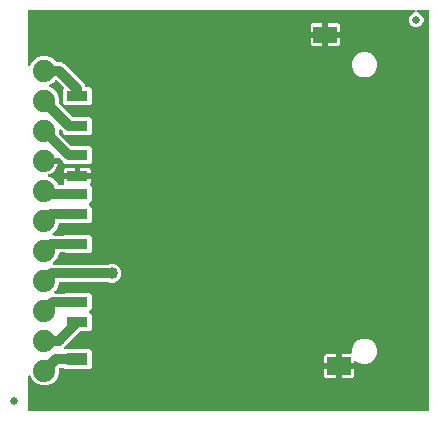
<source format=gbr>
G04 EAGLE Gerber RS-274X export*
G75*
%MOMM*%
%FSLAX34Y34*%
%LPD*%
%INTop Copper*%
%IPPOS*%
%AMOC8*
5,1,8,0,0,1.08239X$1,22.5*%
G01*
%ADD10R,1.800000X0.900000*%
%ADD11R,2.000000X1.400000*%
%ADD12R,2.000000X1.527000*%
%ADD13R,1.800000X1.100000*%
%ADD14C,0.635000*%
%ADD15C,1.879600*%
%ADD16C,0.812800*%
%ADD17C,1.016000*%

G36*
X731384Y-8620D02*
X731384Y-8620D01*
X731503Y-8613D01*
X731541Y-8600D01*
X731582Y-8595D01*
X731692Y-8552D01*
X731805Y-8515D01*
X731840Y-8493D01*
X731877Y-8478D01*
X731973Y-8409D01*
X732074Y-8345D01*
X732102Y-8315D01*
X732135Y-8292D01*
X732211Y-8200D01*
X732292Y-8113D01*
X732312Y-8078D01*
X732337Y-8047D01*
X732388Y-7939D01*
X732446Y-7835D01*
X732456Y-7795D01*
X732473Y-7759D01*
X732495Y-7642D01*
X732525Y-7527D01*
X732529Y-7467D01*
X732533Y-7447D01*
X732531Y-7426D01*
X732535Y-7366D01*
X732535Y329946D01*
X732520Y330064D01*
X732513Y330183D01*
X732500Y330221D01*
X732495Y330262D01*
X732452Y330372D01*
X732415Y330485D01*
X732393Y330520D01*
X732378Y330557D01*
X732309Y330653D01*
X732245Y330754D01*
X732215Y330782D01*
X732192Y330815D01*
X732100Y330891D01*
X732013Y330972D01*
X731978Y330992D01*
X731947Y331017D01*
X731839Y331068D01*
X731735Y331126D01*
X731695Y331136D01*
X731659Y331153D01*
X731542Y331175D01*
X731427Y331205D01*
X731367Y331209D01*
X731347Y331213D01*
X731326Y331211D01*
X731266Y331215D01*
X723157Y331215D01*
X723088Y331207D01*
X723018Y331208D01*
X722930Y331187D01*
X722841Y331175D01*
X722776Y331150D01*
X722709Y331133D01*
X722629Y331091D01*
X722546Y331058D01*
X722489Y331017D01*
X722427Y330985D01*
X722361Y330924D01*
X722288Y330872D01*
X722244Y330818D01*
X722192Y330771D01*
X722143Y330696D01*
X722086Y330627D01*
X722056Y330563D01*
X722017Y330505D01*
X721988Y330420D01*
X721950Y330339D01*
X721937Y330270D01*
X721914Y330204D01*
X721907Y330115D01*
X721890Y330027D01*
X721895Y329957D01*
X721889Y329887D01*
X721904Y329799D01*
X721910Y329709D01*
X721931Y329643D01*
X721943Y329574D01*
X721980Y329492D01*
X722008Y329407D01*
X722045Y329348D01*
X722074Y329284D01*
X722130Y329214D01*
X722178Y329138D01*
X722229Y329090D01*
X722273Y329036D01*
X722344Y328981D01*
X722410Y328920D01*
X722471Y328886D01*
X722527Y328844D01*
X722671Y328773D01*
X724885Y327856D01*
X726636Y326105D01*
X727584Y323818D01*
X727584Y321342D01*
X726636Y319055D01*
X724885Y317304D01*
X722598Y316356D01*
X720122Y316356D01*
X717835Y317304D01*
X716084Y319055D01*
X715136Y321342D01*
X715136Y323818D01*
X716084Y326105D01*
X717835Y327856D01*
X720049Y328773D01*
X720109Y328808D01*
X720174Y328834D01*
X720247Y328886D01*
X720325Y328931D01*
X720375Y328979D01*
X720432Y329020D01*
X720489Y329090D01*
X720553Y329152D01*
X720590Y329212D01*
X720634Y329265D01*
X720673Y329347D01*
X720720Y329423D01*
X720740Y329490D01*
X720770Y329553D01*
X720787Y329641D01*
X720813Y329727D01*
X720817Y329797D01*
X720830Y329866D01*
X720824Y329955D01*
X720829Y330045D01*
X720814Y330113D01*
X720810Y330183D01*
X720782Y330268D01*
X720764Y330356D01*
X720734Y330419D01*
X720712Y330485D01*
X720664Y330561D01*
X720624Y330642D01*
X720579Y330695D01*
X720542Y330754D01*
X720476Y330816D01*
X720418Y330884D01*
X720361Y330924D01*
X720310Y330972D01*
X720232Y331015D01*
X720158Y331067D01*
X720093Y331092D01*
X720032Y331126D01*
X719945Y331148D01*
X719861Y331180D01*
X719791Y331188D01*
X719724Y331205D01*
X719563Y331215D01*
X393700Y331215D01*
X393582Y331200D01*
X393463Y331193D01*
X393425Y331180D01*
X393384Y331175D01*
X393274Y331132D01*
X393161Y331095D01*
X393126Y331073D01*
X393089Y331058D01*
X392993Y330989D01*
X392892Y330925D01*
X392864Y330895D01*
X392831Y330872D01*
X392756Y330780D01*
X392674Y330693D01*
X392654Y330658D01*
X392629Y330627D01*
X392578Y330519D01*
X392520Y330415D01*
X392510Y330375D01*
X392493Y330339D01*
X392471Y330222D01*
X392441Y330107D01*
X392437Y330047D01*
X392433Y330027D01*
X392435Y330006D01*
X392431Y329946D01*
X392431Y284581D01*
X392440Y284512D01*
X392438Y284442D01*
X392459Y284355D01*
X392471Y284266D01*
X392496Y284201D01*
X392513Y284133D01*
X392555Y284053D01*
X392588Y283970D01*
X392629Y283913D01*
X392661Y283852D01*
X392722Y283785D01*
X392774Y283712D01*
X392828Y283668D01*
X392875Y283616D01*
X392950Y283567D01*
X393019Y283510D01*
X393083Y283480D01*
X393141Y283442D01*
X393226Y283412D01*
X393307Y283374D01*
X393376Y283361D01*
X393442Y283338D01*
X393531Y283331D01*
X393620Y283314D01*
X393689Y283319D01*
X393759Y283313D01*
X393847Y283329D01*
X393937Y283334D01*
X394003Y283356D01*
X394072Y283368D01*
X394154Y283404D01*
X394239Y283432D01*
X394298Y283469D01*
X394362Y283498D01*
X394432Y283554D01*
X394508Y283602D01*
X394556Y283653D01*
X394610Y283697D01*
X394665Y283769D01*
X394726Y283834D01*
X394760Y283895D01*
X394802Y283951D01*
X394873Y284095D01*
X395848Y286451D01*
X399350Y289952D01*
X403924Y291847D01*
X408876Y291847D01*
X413450Y289952D01*
X416518Y286884D01*
X416596Y286824D01*
X416668Y286756D01*
X416721Y286727D01*
X416769Y286690D01*
X416860Y286650D01*
X416947Y286602D01*
X417005Y286587D01*
X417061Y286563D01*
X417159Y286548D01*
X417255Y286523D01*
X417355Y286517D01*
X417375Y286513D01*
X417387Y286515D01*
X417415Y286513D01*
X420515Y286513D01*
X423129Y285430D01*
X440530Y268029D01*
X441316Y266132D01*
X441330Y266107D01*
X441339Y266079D01*
X441409Y265969D01*
X441473Y265856D01*
X441494Y265835D01*
X441509Y265810D01*
X441604Y265721D01*
X441694Y265628D01*
X441720Y265612D01*
X441741Y265592D01*
X441855Y265529D01*
X441965Y265461D01*
X441994Y265453D01*
X442020Y265438D01*
X442145Y265406D01*
X442269Y265368D01*
X442299Y265366D01*
X442327Y265359D01*
X442488Y265349D01*
X444763Y265349D01*
X446549Y263563D01*
X446549Y252037D01*
X444763Y250251D01*
X424237Y250251D01*
X422451Y252037D01*
X422451Y263563D01*
X422767Y263879D01*
X422840Y263973D01*
X422919Y264062D01*
X422937Y264098D01*
X422962Y264130D01*
X423010Y264239D01*
X423064Y264345D01*
X423072Y264385D01*
X423089Y264422D01*
X423107Y264540D01*
X423133Y264656D01*
X423132Y264696D01*
X423138Y264736D01*
X423127Y264855D01*
X423124Y264974D01*
X423112Y265012D01*
X423109Y265053D01*
X423068Y265165D01*
X423035Y265279D01*
X423015Y265314D01*
X423001Y265352D01*
X422934Y265450D01*
X422874Y265553D01*
X422834Y265598D01*
X422822Y265615D01*
X422807Y265629D01*
X422767Y265674D01*
X417419Y271022D01*
X417325Y271095D01*
X417236Y271174D01*
X417200Y271192D01*
X417168Y271217D01*
X417058Y271264D01*
X416953Y271318D01*
X416913Y271327D01*
X416876Y271343D01*
X416758Y271362D01*
X416642Y271388D01*
X416602Y271387D01*
X416562Y271393D01*
X416443Y271382D01*
X416324Y271378D01*
X416286Y271367D01*
X416245Y271363D01*
X416133Y271323D01*
X416019Y271290D01*
X415984Y271269D01*
X415946Y271256D01*
X415847Y271189D01*
X415745Y271128D01*
X415700Y271088D01*
X415683Y271077D01*
X415669Y271062D01*
X415624Y271022D01*
X413451Y268848D01*
X411095Y267873D01*
X410974Y267804D01*
X410852Y267739D01*
X410837Y267725D01*
X410819Y267715D01*
X410719Y267618D01*
X410616Y267525D01*
X410605Y267508D01*
X410591Y267494D01*
X410518Y267376D01*
X410442Y267259D01*
X410435Y267240D01*
X410424Y267223D01*
X410384Y267090D01*
X410338Y266958D01*
X410337Y266938D01*
X410331Y266919D01*
X410324Y266780D01*
X410313Y266641D01*
X410317Y266621D01*
X410316Y266601D01*
X410344Y266465D01*
X410368Y266328D01*
X410376Y266309D01*
X410380Y266290D01*
X410441Y266165D01*
X410498Y266038D01*
X410511Y266022D01*
X410520Y266004D01*
X410610Y265898D01*
X410697Y265790D01*
X410713Y265777D01*
X410726Y265762D01*
X410840Y265682D01*
X410951Y265598D01*
X410976Y265586D01*
X410986Y265579D01*
X411005Y265572D01*
X411095Y265527D01*
X413450Y264552D01*
X416952Y261050D01*
X418847Y256476D01*
X418847Y252138D01*
X418859Y252040D01*
X418862Y251941D01*
X418879Y251882D01*
X418887Y251822D01*
X418923Y251730D01*
X418951Y251635D01*
X418981Y251583D01*
X419004Y251527D01*
X419062Y251447D01*
X419112Y251361D01*
X419178Y251286D01*
X419190Y251269D01*
X419200Y251262D01*
X419218Y251240D01*
X429738Y240720D01*
X429817Y240660D01*
X429889Y240592D01*
X429942Y240563D01*
X429990Y240526D01*
X430081Y240486D01*
X430167Y240438D01*
X430226Y240423D01*
X430282Y240399D01*
X430379Y240384D01*
X430475Y240359D01*
X430575Y240353D01*
X430596Y240349D01*
X430608Y240351D01*
X430636Y240349D01*
X444763Y240349D01*
X446549Y238563D01*
X446549Y227037D01*
X444763Y225251D01*
X424237Y225251D01*
X422451Y227037D01*
X422451Y227364D01*
X422439Y227462D01*
X422436Y227561D01*
X422419Y227620D01*
X422411Y227680D01*
X422375Y227772D01*
X422347Y227867D01*
X422317Y227919D01*
X422294Y227975D01*
X422236Y228055D01*
X422186Y228141D01*
X422120Y228216D01*
X422108Y228233D01*
X422098Y228240D01*
X422080Y228262D01*
X421013Y229328D01*
X420904Y229413D01*
X420797Y229502D01*
X420778Y229510D01*
X420762Y229523D01*
X420634Y229578D01*
X420509Y229637D01*
X420489Y229641D01*
X420470Y229649D01*
X420332Y229671D01*
X420196Y229697D01*
X420176Y229696D01*
X420156Y229699D01*
X420017Y229686D01*
X419879Y229677D01*
X419860Y229671D01*
X419840Y229669D01*
X419708Y229622D01*
X419577Y229579D01*
X419559Y229568D01*
X419540Y229561D01*
X419425Y229483D01*
X419308Y229409D01*
X419294Y229394D01*
X419277Y229383D01*
X419185Y229279D01*
X419090Y229177D01*
X419080Y229160D01*
X419067Y229144D01*
X419003Y229020D01*
X418936Y228899D01*
X418931Y228879D01*
X418922Y228861D01*
X418892Y228725D01*
X418857Y228591D01*
X418855Y228563D01*
X418852Y228551D01*
X418853Y228530D01*
X418847Y228430D01*
X418847Y226738D01*
X418859Y226640D01*
X418862Y226541D01*
X418879Y226482D01*
X418887Y226422D01*
X418923Y226330D01*
X418951Y226235D01*
X418981Y226183D01*
X419004Y226127D01*
X419062Y226047D01*
X419112Y225961D01*
X419178Y225886D01*
X419190Y225869D01*
X419200Y225862D01*
X419218Y225840D01*
X429338Y215720D01*
X429417Y215660D01*
X429489Y215592D01*
X429542Y215563D01*
X429590Y215526D01*
X429681Y215486D01*
X429767Y215438D01*
X429826Y215423D01*
X429882Y215399D01*
X429980Y215384D01*
X430075Y215359D01*
X430175Y215353D01*
X430196Y215349D01*
X430208Y215351D01*
X430236Y215349D01*
X444763Y215349D01*
X446549Y213563D01*
X446549Y202037D01*
X444763Y200251D01*
X424237Y200251D01*
X422441Y202048D01*
X422439Y202062D01*
X422436Y202161D01*
X422419Y202220D01*
X422411Y202280D01*
X422375Y202372D01*
X422347Y202467D01*
X422317Y202519D01*
X422294Y202575D01*
X422236Y202655D01*
X422186Y202741D01*
X422120Y202816D01*
X422108Y202833D01*
X422098Y202840D01*
X422080Y202862D01*
X419574Y205367D01*
X419495Y205428D01*
X419423Y205496D01*
X419370Y205525D01*
X419322Y205562D01*
X419231Y205602D01*
X419145Y205650D01*
X419086Y205665D01*
X419031Y205689D01*
X418933Y205704D01*
X418837Y205729D01*
X418737Y205735D01*
X418716Y205739D01*
X418704Y205737D01*
X418676Y205739D01*
X407670Y205739D01*
X407552Y205724D01*
X407433Y205717D01*
X407395Y205704D01*
X407355Y205699D01*
X407244Y205656D01*
X407131Y205619D01*
X407097Y205597D01*
X407059Y205582D01*
X406963Y205512D01*
X406862Y205449D01*
X406834Y205419D01*
X406802Y205395D01*
X406726Y205304D01*
X406644Y205217D01*
X406625Y205182D01*
X406599Y205151D01*
X406548Y205043D01*
X406491Y204939D01*
X406480Y204899D01*
X406463Y204863D01*
X406441Y204746D01*
X406411Y204631D01*
X406407Y204570D01*
X406403Y204550D01*
X406405Y204530D01*
X406401Y204470D01*
X406401Y201930D01*
X406416Y201812D01*
X406423Y201693D01*
X406436Y201655D01*
X406441Y201614D01*
X406485Y201504D01*
X406521Y201391D01*
X406543Y201356D01*
X406558Y201319D01*
X406628Y201223D01*
X406691Y201122D01*
X406721Y201094D01*
X406745Y201061D01*
X406836Y200986D01*
X406923Y200904D01*
X406958Y200884D01*
X406990Y200859D01*
X407097Y200808D01*
X407202Y200750D01*
X407241Y200740D01*
X407277Y200723D01*
X407394Y200701D01*
X407509Y200671D01*
X407570Y200667D01*
X407590Y200663D01*
X407610Y200665D01*
X407670Y200661D01*
X418085Y200661D01*
X418045Y200404D01*
X417464Y198617D01*
X416611Y196943D01*
X415506Y195422D01*
X414178Y194094D01*
X412657Y192989D01*
X410983Y192136D01*
X410518Y191985D01*
X410491Y191972D01*
X410462Y191965D01*
X410348Y191905D01*
X410230Y191850D01*
X410207Y191831D01*
X410181Y191817D01*
X410085Y191730D01*
X409985Y191647D01*
X409968Y191623D01*
X409946Y191603D01*
X409874Y191494D01*
X409798Y191390D01*
X409787Y191362D01*
X409771Y191337D01*
X409729Y191214D01*
X409681Y191094D01*
X409677Y191064D01*
X409668Y191036D01*
X409657Y190907D01*
X409641Y190779D01*
X409645Y190749D01*
X409642Y190719D01*
X409665Y190591D01*
X409681Y190463D01*
X409692Y190435D01*
X409697Y190406D01*
X409750Y190288D01*
X409798Y190167D01*
X409815Y190143D01*
X409827Y190116D01*
X409908Y190015D01*
X409984Y189910D01*
X410007Y189891D01*
X410026Y189867D01*
X410130Y189789D01*
X410229Y189707D01*
X410256Y189694D01*
X410280Y189676D01*
X410425Y189605D01*
X413450Y188352D01*
X416952Y184850D01*
X417637Y183196D01*
X417652Y183171D01*
X417661Y183143D01*
X417730Y183033D01*
X417795Y182920D01*
X417815Y182899D01*
X417831Y182874D01*
X417926Y182785D01*
X418016Y182692D01*
X418041Y182676D01*
X418063Y182656D01*
X418176Y182593D01*
X418287Y182525D01*
X418315Y182517D01*
X418341Y182502D01*
X418467Y182470D01*
X418591Y182432D01*
X418620Y182430D01*
X418649Y182423D01*
X418810Y182413D01*
X422323Y182413D01*
X422455Y182429D01*
X422587Y182440D01*
X422612Y182449D01*
X422639Y182453D01*
X422762Y182501D01*
X422887Y182545D01*
X422910Y182560D01*
X422935Y182570D01*
X423042Y182647D01*
X423152Y182721D01*
X423170Y182741D01*
X423192Y182756D01*
X423277Y182858D01*
X423365Y182957D01*
X423378Y182981D01*
X423395Y183001D01*
X423451Y183121D01*
X423513Y183238D01*
X423519Y183265D01*
X423530Y183289D01*
X423555Y183419D01*
X423586Y183548D01*
X423585Y183575D01*
X423590Y183601D01*
X423582Y183733D01*
X423579Y183866D01*
X423572Y183892D01*
X423570Y183919D01*
X423530Y184045D01*
X423494Y184172D01*
X423477Y184207D01*
X423472Y184221D01*
X423461Y184240D01*
X423423Y184317D01*
X423132Y184819D01*
X422959Y185466D01*
X422959Y188051D01*
X433520Y188051D01*
X433638Y188066D01*
X433757Y188073D01*
X433795Y188085D01*
X433835Y188091D01*
X433946Y188134D01*
X434059Y188171D01*
X434093Y188193D01*
X434131Y188208D01*
X434227Y188277D01*
X434328Y188341D01*
X434356Y188371D01*
X434388Y188394D01*
X434464Y188486D01*
X434496Y188520D01*
X434501Y188512D01*
X434531Y188484D01*
X434555Y188451D01*
X434646Y188375D01*
X434733Y188294D01*
X434768Y188274D01*
X434800Y188249D01*
X434907Y188198D01*
X435012Y188140D01*
X435051Y188130D01*
X435087Y188113D01*
X435204Y188091D01*
X435320Y188061D01*
X435380Y188057D01*
X435400Y188053D01*
X435420Y188055D01*
X435480Y188051D01*
X446041Y188051D01*
X446041Y185466D01*
X445868Y184819D01*
X445533Y184240D01*
X445350Y184057D01*
X445277Y183963D01*
X445198Y183873D01*
X445180Y183837D01*
X445155Y183806D01*
X445108Y183696D01*
X445053Y183590D01*
X445045Y183551D01*
X445029Y183514D01*
X445010Y183396D01*
X444984Y183280D01*
X444985Y183239D01*
X444979Y183200D01*
X444990Y183081D01*
X444993Y182962D01*
X445005Y182923D01*
X445009Y182883D01*
X445049Y182771D01*
X445082Y182657D01*
X445102Y182622D01*
X445116Y182584D01*
X445183Y182485D01*
X445243Y182383D01*
X445283Y182337D01*
X445295Y182321D01*
X445310Y182307D01*
X445350Y182262D01*
X446549Y181063D01*
X446549Y169537D01*
X444459Y167448D01*
X444386Y167353D01*
X444307Y167264D01*
X444289Y167228D01*
X444264Y167196D01*
X444217Y167087D01*
X444163Y166981D01*
X444154Y166942D01*
X444138Y166904D01*
X444119Y166787D01*
X444093Y166671D01*
X444094Y166630D01*
X444088Y166590D01*
X444099Y166472D01*
X444103Y166353D01*
X444114Y166314D01*
X444118Y166274D01*
X444158Y166161D01*
X444191Y166047D01*
X444212Y166013D01*
X444225Y165974D01*
X444292Y165876D01*
X444353Y165773D01*
X444393Y165728D01*
X444404Y165711D01*
X444419Y165698D01*
X444459Y165653D01*
X446549Y163563D01*
X446549Y152037D01*
X444763Y150251D01*
X424237Y150251D01*
X424173Y150315D01*
X424095Y150376D01*
X424023Y150444D01*
X423970Y150473D01*
X423922Y150510D01*
X423831Y150550D01*
X423744Y150598D01*
X423685Y150613D01*
X423630Y150637D01*
X423532Y150652D01*
X423436Y150677D01*
X423336Y150683D01*
X423316Y150687D01*
X423303Y150685D01*
X423275Y150687D01*
X420011Y150687D01*
X419982Y150684D01*
X419952Y150686D01*
X419824Y150664D01*
X419695Y150647D01*
X419668Y150637D01*
X419639Y150632D01*
X419520Y150578D01*
X419400Y150530D01*
X419376Y150513D01*
X419349Y150501D01*
X419247Y150420D01*
X419142Y150344D01*
X419123Y150321D01*
X419100Y150302D01*
X419022Y150199D01*
X418940Y150099D01*
X418927Y150072D01*
X418909Y150048D01*
X418838Y149904D01*
X416952Y145350D01*
X413682Y142079D01*
X413597Y141970D01*
X413508Y141863D01*
X413499Y141844D01*
X413487Y141828D01*
X413431Y141700D01*
X413372Y141575D01*
X413369Y141555D01*
X413361Y141536D01*
X413339Y141398D01*
X413313Y141262D01*
X413314Y141242D01*
X413311Y141222D01*
X413324Y141083D01*
X413332Y140945D01*
X413339Y140926D01*
X413340Y140906D01*
X413388Y140774D01*
X413430Y140643D01*
X413441Y140625D01*
X413448Y140606D01*
X413526Y140491D01*
X413601Y140374D01*
X413615Y140360D01*
X413627Y140343D01*
X413731Y140251D01*
X413832Y140156D01*
X413850Y140146D01*
X413865Y140133D01*
X413989Y140069D01*
X414111Y140002D01*
X414130Y139997D01*
X414148Y139988D01*
X414284Y139958D01*
X414419Y139923D01*
X414447Y139921D01*
X414459Y139918D01*
X414479Y139919D01*
X414579Y139913D01*
X423275Y139913D01*
X423374Y139925D01*
X423473Y139928D01*
X423531Y139945D01*
X423591Y139953D01*
X423683Y139989D01*
X423778Y140017D01*
X423830Y140047D01*
X423887Y140070D01*
X423967Y140128D01*
X424052Y140178D01*
X424127Y140244D01*
X424144Y140256D01*
X424152Y140266D01*
X424173Y140284D01*
X424237Y140349D01*
X444763Y140349D01*
X446549Y138563D01*
X446549Y127037D01*
X444763Y125251D01*
X424237Y125251D01*
X424173Y125316D01*
X424095Y125376D01*
X424023Y125444D01*
X423970Y125473D01*
X423922Y125510D01*
X423831Y125550D01*
X423744Y125598D01*
X423685Y125613D01*
X423630Y125637D01*
X423532Y125652D01*
X423436Y125677D01*
X423336Y125683D01*
X423316Y125687D01*
X423303Y125685D01*
X423275Y125687D01*
X420116Y125687D01*
X419998Y125672D01*
X419879Y125665D01*
X419841Y125652D01*
X419800Y125647D01*
X419690Y125604D01*
X419577Y125567D01*
X419542Y125545D01*
X419505Y125530D01*
X419409Y125461D01*
X419308Y125397D01*
X419280Y125367D01*
X419247Y125344D01*
X419171Y125252D01*
X419090Y125165D01*
X419070Y125130D01*
X419045Y125099D01*
X418994Y124991D01*
X418936Y124887D01*
X418926Y124847D01*
X418909Y124811D01*
X418887Y124694D01*
X418857Y124579D01*
X418855Y124543D01*
X416952Y119950D01*
X414082Y117079D01*
X413997Y116970D01*
X413908Y116863D01*
X413899Y116844D01*
X413887Y116828D01*
X413831Y116700D01*
X413772Y116575D01*
X413769Y116555D01*
X413761Y116536D01*
X413739Y116398D01*
X413713Y116262D01*
X413714Y116242D01*
X413711Y116222D01*
X413724Y116083D01*
X413732Y115945D01*
X413739Y115926D01*
X413740Y115906D01*
X413788Y115774D01*
X413830Y115643D01*
X413841Y115625D01*
X413848Y115606D01*
X413926Y115491D01*
X414001Y115374D01*
X414015Y115360D01*
X414027Y115343D01*
X414131Y115251D01*
X414232Y115156D01*
X414250Y115146D01*
X414265Y115133D01*
X414389Y115069D01*
X414511Y115002D01*
X414530Y114997D01*
X414548Y114988D01*
X414684Y114958D01*
X414819Y114923D01*
X414847Y114921D01*
X414859Y114918D01*
X414879Y114919D01*
X414979Y114913D01*
X423275Y114913D01*
X423374Y114925D01*
X423473Y114928D01*
X423531Y114945D01*
X423591Y114953D01*
X423683Y114989D01*
X423778Y115017D01*
X423830Y115047D01*
X423887Y115070D01*
X423967Y115128D01*
X424052Y115178D01*
X424127Y115244D01*
X424144Y115256D01*
X424152Y115266D01*
X424173Y115285D01*
X424237Y115349D01*
X444763Y115349D01*
X444827Y115285D01*
X444905Y115224D01*
X444977Y115156D01*
X445030Y115127D01*
X445078Y115090D01*
X445169Y115050D01*
X445256Y115002D01*
X445315Y114987D01*
X445370Y114963D01*
X445468Y114948D01*
X445564Y114923D01*
X445664Y114917D01*
X445684Y114913D01*
X445697Y114915D01*
X445725Y114913D01*
X458866Y114913D01*
X458875Y114914D01*
X458884Y114913D01*
X459033Y114934D01*
X459181Y114953D01*
X459190Y114956D01*
X459199Y114957D01*
X459351Y115009D01*
X461933Y116079D01*
X465167Y116079D01*
X468155Y114841D01*
X470441Y112555D01*
X471679Y109567D01*
X471679Y106333D01*
X470441Y103345D01*
X468155Y101059D01*
X465167Y99821D01*
X461933Y99821D01*
X460076Y100591D01*
X460067Y100593D01*
X460059Y100598D01*
X459913Y100635D01*
X459769Y100675D01*
X459760Y100675D01*
X459751Y100677D01*
X459590Y100687D01*
X445725Y100687D01*
X445626Y100675D01*
X445527Y100672D01*
X445469Y100655D01*
X445409Y100647D01*
X445317Y100611D01*
X445222Y100583D01*
X445170Y100553D01*
X445113Y100530D01*
X445033Y100472D01*
X444948Y100422D01*
X444873Y100356D01*
X444856Y100344D01*
X444848Y100334D01*
X444827Y100315D01*
X444763Y100251D01*
X424237Y100251D01*
X424173Y100315D01*
X424095Y100376D01*
X424023Y100444D01*
X423970Y100473D01*
X423922Y100510D01*
X423831Y100550D01*
X423744Y100598D01*
X423685Y100613D01*
X423630Y100637D01*
X423532Y100652D01*
X423436Y100677D01*
X423336Y100683D01*
X423316Y100687D01*
X423303Y100685D01*
X423275Y100687D01*
X420116Y100687D01*
X419998Y100672D01*
X419879Y100665D01*
X419841Y100652D01*
X419800Y100647D01*
X419690Y100604D01*
X419577Y100567D01*
X419542Y100545D01*
X419505Y100530D01*
X419409Y100461D01*
X419308Y100397D01*
X419280Y100367D01*
X419247Y100344D01*
X419171Y100252D01*
X419090Y100165D01*
X419070Y100130D01*
X419045Y100099D01*
X418994Y99991D01*
X418936Y99887D01*
X418926Y99847D01*
X418909Y99811D01*
X418887Y99694D01*
X418857Y99579D01*
X418853Y99519D01*
X418849Y99499D01*
X418851Y99478D01*
X418847Y99418D01*
X418847Y99124D01*
X416952Y94550D01*
X415282Y92879D01*
X415197Y92770D01*
X415108Y92663D01*
X415099Y92644D01*
X415087Y92628D01*
X415031Y92500D01*
X414972Y92375D01*
X414969Y92355D01*
X414961Y92336D01*
X414939Y92198D01*
X414913Y92062D01*
X414914Y92042D01*
X414911Y92022D01*
X414924Y91883D01*
X414932Y91745D01*
X414939Y91726D01*
X414940Y91706D01*
X414988Y91574D01*
X415030Y91443D01*
X415041Y91425D01*
X415048Y91406D01*
X415126Y91291D01*
X415201Y91174D01*
X415215Y91160D01*
X415227Y91143D01*
X415331Y91051D01*
X415432Y90956D01*
X415450Y90946D01*
X415465Y90933D01*
X415589Y90869D01*
X415711Y90802D01*
X415730Y90797D01*
X415748Y90788D01*
X415884Y90758D01*
X416019Y90723D01*
X416047Y90721D01*
X416059Y90718D01*
X416079Y90719D01*
X416179Y90713D01*
X423275Y90713D01*
X423374Y90725D01*
X423473Y90728D01*
X423531Y90745D01*
X423591Y90753D01*
X423683Y90789D01*
X423778Y90817D01*
X423830Y90847D01*
X423887Y90870D01*
X423967Y90928D01*
X424052Y90978D01*
X424127Y91044D01*
X424144Y91056D01*
X424152Y91066D01*
X424173Y91084D01*
X424237Y91149D01*
X444763Y91149D01*
X446549Y89363D01*
X446549Y77837D01*
X444709Y75998D01*
X444636Y75903D01*
X444557Y75814D01*
X444539Y75778D01*
X444514Y75746D01*
X444467Y75637D01*
X444413Y75531D01*
X444404Y75492D01*
X444388Y75454D01*
X444369Y75337D01*
X444343Y75221D01*
X444344Y75180D01*
X444338Y75140D01*
X444349Y75022D01*
X444353Y74903D01*
X444364Y74864D01*
X444368Y74824D01*
X444408Y74711D01*
X444441Y74597D01*
X444462Y74563D01*
X444475Y74524D01*
X444542Y74426D01*
X444603Y74323D01*
X444643Y74278D01*
X444654Y74261D01*
X444669Y74248D01*
X444709Y74203D01*
X446549Y72363D01*
X446549Y60837D01*
X444763Y59051D01*
X437536Y59051D01*
X437438Y59039D01*
X437339Y59036D01*
X437280Y59019D01*
X437220Y59011D01*
X437128Y58975D01*
X437033Y58947D01*
X436981Y58917D01*
X436925Y58894D01*
X436845Y58836D01*
X436759Y58786D01*
X436684Y58720D01*
X436667Y58708D01*
X436660Y58698D01*
X436638Y58680D01*
X423774Y45815D01*
X423689Y45706D01*
X423600Y45599D01*
X423592Y45580D01*
X423579Y45564D01*
X423524Y45436D01*
X423465Y45311D01*
X423461Y45291D01*
X423453Y45272D01*
X423431Y45134D01*
X423405Y44998D01*
X423406Y44978D01*
X423403Y44958D01*
X423416Y44819D01*
X423425Y44681D01*
X423431Y44662D01*
X423433Y44642D01*
X423480Y44510D01*
X423523Y44379D01*
X423534Y44361D01*
X423541Y44342D01*
X423619Y44227D01*
X423693Y44110D01*
X423708Y44096D01*
X423719Y44079D01*
X423823Y43987D01*
X423925Y43892D01*
X423942Y43882D01*
X423958Y43869D01*
X424082Y43805D01*
X424203Y43738D01*
X424223Y43733D01*
X424241Y43724D01*
X424377Y43694D01*
X424511Y43659D01*
X424539Y43657D01*
X424551Y43654D01*
X424572Y43655D01*
X424672Y43649D01*
X444763Y43649D01*
X446549Y41863D01*
X446549Y28337D01*
X444763Y26551D01*
X424237Y26551D01*
X423173Y27616D01*
X423095Y27676D01*
X423023Y27744D01*
X422970Y27773D01*
X422922Y27810D01*
X422831Y27850D01*
X422744Y27898D01*
X422685Y27913D01*
X422630Y27937D01*
X422532Y27952D01*
X422436Y27977D01*
X422336Y27983D01*
X422316Y27987D01*
X422303Y27985D01*
X422275Y27987D01*
X420116Y27987D01*
X419998Y27972D01*
X419879Y27965D01*
X419841Y27952D01*
X419800Y27947D01*
X419690Y27904D01*
X419577Y27867D01*
X419542Y27845D01*
X419505Y27830D01*
X419409Y27761D01*
X419308Y27697D01*
X419280Y27667D01*
X419247Y27644D01*
X419171Y27552D01*
X419090Y27465D01*
X419070Y27430D01*
X419045Y27399D01*
X418994Y27291D01*
X418936Y27187D01*
X418926Y27147D01*
X418909Y27111D01*
X418887Y26994D01*
X418857Y26879D01*
X418853Y26819D01*
X418849Y26799D01*
X418851Y26778D01*
X418847Y26718D01*
X418847Y22924D01*
X416952Y18350D01*
X413450Y14848D01*
X408876Y12953D01*
X403924Y12953D01*
X399350Y14848D01*
X395848Y18350D01*
X394873Y20705D01*
X394838Y20765D01*
X394812Y20830D01*
X394760Y20903D01*
X394715Y20981D01*
X394667Y21031D01*
X394626Y21087D01*
X394556Y21145D01*
X394494Y21209D01*
X394434Y21246D01*
X394381Y21290D01*
X394299Y21329D01*
X394223Y21376D01*
X394156Y21396D01*
X394093Y21426D01*
X394005Y21443D01*
X393919Y21469D01*
X393849Y21473D01*
X393781Y21486D01*
X393691Y21480D01*
X393601Y21484D01*
X393533Y21470D01*
X393463Y21466D01*
X393378Y21438D01*
X393290Y21420D01*
X393227Y21389D01*
X393161Y21368D01*
X393085Y21320D01*
X393004Y21280D01*
X392951Y21235D01*
X392892Y21198D01*
X392830Y21132D01*
X392762Y21074D01*
X392722Y21017D01*
X392674Y20966D01*
X392631Y20887D01*
X392579Y20814D01*
X392554Y20749D01*
X392520Y20688D01*
X392498Y20601D01*
X392466Y20517D01*
X392458Y20447D01*
X392441Y20380D01*
X392431Y20219D01*
X392431Y-7366D01*
X392446Y-7484D01*
X392453Y-7603D01*
X392466Y-7641D01*
X392471Y-7682D01*
X392514Y-7792D01*
X392551Y-7905D01*
X392573Y-7940D01*
X392588Y-7977D01*
X392658Y-8073D01*
X392721Y-8174D01*
X392751Y-8202D01*
X392774Y-8235D01*
X392866Y-8311D01*
X392953Y-8392D01*
X392988Y-8412D01*
X393019Y-8437D01*
X393127Y-8488D01*
X393231Y-8546D01*
X393271Y-8556D01*
X393307Y-8573D01*
X393424Y-8595D01*
X393539Y-8625D01*
X393600Y-8629D01*
X393620Y-8633D01*
X393640Y-8631D01*
X393700Y-8635D01*
X731266Y-8635D01*
X731384Y-8620D01*
G37*
%LPC*%
G36*
X675352Y31101D02*
X675352Y31101D01*
X671383Y32745D01*
X670707Y33421D01*
X670598Y33506D01*
X670491Y33595D01*
X670472Y33603D01*
X670456Y33616D01*
X670328Y33671D01*
X670203Y33730D01*
X670183Y33734D01*
X670164Y33742D01*
X670026Y33764D01*
X669890Y33790D01*
X669870Y33789D01*
X669850Y33792D01*
X669711Y33779D01*
X669573Y33770D01*
X669554Y33764D01*
X669534Y33762D01*
X669403Y33715D01*
X669271Y33672D01*
X669253Y33661D01*
X669234Y33655D01*
X669120Y33577D01*
X669002Y33502D01*
X668988Y33487D01*
X668971Y33476D01*
X668879Y33372D01*
X668784Y33270D01*
X668774Y33253D01*
X668761Y33238D01*
X668698Y33114D01*
X668630Y32992D01*
X668625Y32972D01*
X668616Y32954D01*
X668586Y32818D01*
X668551Y32684D01*
X668549Y32656D01*
X668546Y32644D01*
X668547Y32624D01*
X668541Y32523D01*
X668541Y31749D01*
X658539Y31749D01*
X658539Y39386D01*
X665432Y39386D01*
X665550Y39401D01*
X665669Y39408D01*
X665707Y39421D01*
X665748Y39426D01*
X665858Y39469D01*
X665971Y39506D01*
X666006Y39528D01*
X666043Y39543D01*
X666139Y39612D01*
X666240Y39676D01*
X666268Y39706D01*
X666301Y39729D01*
X666377Y39821D01*
X666458Y39908D01*
X666478Y39943D01*
X666503Y39974D01*
X666554Y40082D01*
X666612Y40186D01*
X666622Y40226D01*
X666639Y40262D01*
X666661Y40379D01*
X666691Y40494D01*
X666695Y40554D01*
X666699Y40574D01*
X666697Y40595D01*
X666701Y40655D01*
X666701Y44048D01*
X668345Y48017D01*
X671383Y51055D01*
X675352Y52699D01*
X679648Y52699D01*
X683617Y51055D01*
X686655Y48017D01*
X688299Y44048D01*
X688299Y39752D01*
X686655Y35783D01*
X683617Y32745D01*
X679648Y31101D01*
X675352Y31101D01*
G37*
%LPD*%
%LPC*%
G36*
X675352Y273701D02*
X675352Y273701D01*
X671383Y275345D01*
X668345Y278383D01*
X666701Y282352D01*
X666701Y286648D01*
X668345Y290617D01*
X671383Y293655D01*
X675352Y295299D01*
X679648Y295299D01*
X683617Y293655D01*
X686655Y290617D01*
X688299Y286648D01*
X688299Y282352D01*
X686655Y278383D01*
X683617Y275345D01*
X679648Y273701D01*
X675352Y273701D01*
G37*
%LPD*%
%LPC*%
G36*
X643459Y31749D02*
X643459Y31749D01*
X643459Y37179D01*
X643632Y37826D01*
X643967Y38405D01*
X644440Y38878D01*
X645019Y39213D01*
X645666Y39386D01*
X653461Y39386D01*
X653461Y31749D01*
X643459Y31749D01*
G37*
%LPD*%
%LPC*%
G36*
X658539Y19034D02*
X658539Y19034D01*
X658539Y26671D01*
X668541Y26671D01*
X668541Y21241D01*
X668368Y20594D01*
X668033Y20015D01*
X667560Y19542D01*
X666981Y19207D01*
X666334Y19034D01*
X658539Y19034D01*
G37*
%LPD*%
%LPC*%
G36*
X645666Y19034D02*
X645666Y19034D01*
X645019Y19207D01*
X644440Y19542D01*
X643967Y20015D01*
X643632Y20594D01*
X643459Y21241D01*
X643459Y26671D01*
X653461Y26671D01*
X653461Y19034D01*
X645666Y19034D01*
G37*
%LPD*%
%LPC*%
G36*
X647039Y312599D02*
X647039Y312599D01*
X647039Y319601D01*
X654834Y319601D01*
X655481Y319428D01*
X656060Y319093D01*
X656533Y318620D01*
X656868Y318041D01*
X657041Y317394D01*
X657041Y312599D01*
X647039Y312599D01*
G37*
%LPD*%
%LPC*%
G36*
X631959Y312599D02*
X631959Y312599D01*
X631959Y317394D01*
X632132Y318041D01*
X632467Y318620D01*
X632940Y319093D01*
X633519Y319428D01*
X634166Y319601D01*
X641961Y319601D01*
X641961Y312599D01*
X631959Y312599D01*
G37*
%LPD*%
%LPC*%
G36*
X647039Y300519D02*
X647039Y300519D01*
X647039Y307521D01*
X657041Y307521D01*
X657041Y302726D01*
X656868Y302079D01*
X656533Y301500D01*
X656060Y301027D01*
X655481Y300692D01*
X654834Y300519D01*
X647039Y300519D01*
G37*
%LPD*%
%LPC*%
G36*
X634166Y300519D02*
X634166Y300519D01*
X633519Y300692D01*
X632940Y301027D01*
X632467Y301500D01*
X632132Y302079D01*
X631959Y302726D01*
X631959Y307521D01*
X641961Y307521D01*
X641961Y300519D01*
X634166Y300519D01*
G37*
%LPD*%
%LPC*%
G36*
X436749Y192549D02*
X436749Y192549D01*
X436749Y197341D01*
X443834Y197341D01*
X444481Y197168D01*
X445060Y196833D01*
X445533Y196360D01*
X445868Y195781D01*
X446041Y195134D01*
X446041Y192549D01*
X436749Y192549D01*
G37*
%LPD*%
%LPC*%
G36*
X422959Y192549D02*
X422959Y192549D01*
X422959Y195134D01*
X423132Y195781D01*
X423467Y196360D01*
X423940Y196833D01*
X424519Y197168D01*
X425166Y197341D01*
X432251Y197341D01*
X432251Y192549D01*
X422959Y192549D01*
G37*
%LPD*%
%LPC*%
G36*
X644499Y310059D02*
X644499Y310059D01*
X644499Y310061D01*
X644501Y310061D01*
X644501Y310059D01*
X644499Y310059D01*
G37*
%LPD*%
%LPC*%
G36*
X655999Y29209D02*
X655999Y29209D01*
X655999Y29211D01*
X656001Y29211D01*
X656001Y29209D01*
X655999Y29209D01*
G37*
%LPD*%
D10*
X434500Y232800D03*
X434500Y207800D03*
X434500Y190300D03*
X434500Y175300D03*
X434500Y157800D03*
X434500Y132800D03*
X434500Y107800D03*
X434500Y83600D03*
X434500Y66600D03*
D11*
X644500Y310060D03*
D12*
X656000Y29210D03*
D13*
X434500Y35100D03*
D10*
X434500Y257800D03*
D14*
X721360Y322580D03*
X381000Y0D03*
D15*
X406400Y279400D03*
X406400Y254000D03*
X406400Y228600D03*
X406400Y203200D03*
X406400Y177800D03*
X406400Y152400D03*
X406400Y127000D03*
X406400Y101600D03*
X406400Y76200D03*
X406400Y50800D03*
X406400Y25400D03*
D16*
X406400Y279400D02*
X419100Y279400D01*
X431800Y266700D01*
X434500Y264000D02*
X434500Y257800D01*
X434500Y264000D02*
X431800Y266700D01*
X434500Y207800D02*
X427200Y207800D01*
X406400Y228600D01*
D17*
X458470Y153670D03*
D16*
X434500Y132800D02*
X412200Y132800D01*
X406400Y127000D01*
X413800Y83600D02*
X434500Y83600D01*
X413800Y83600D02*
X406400Y76200D01*
X406400Y50800D02*
X418700Y50800D01*
X434500Y66600D01*
X434500Y157800D02*
X411800Y157800D01*
X406400Y152400D01*
X412600Y107800D02*
X434500Y107800D01*
X412600Y107800D02*
X406400Y101600D01*
D17*
X463550Y107950D03*
D16*
X463400Y107800D02*
X434500Y107800D01*
X463400Y107800D02*
X463550Y107950D01*
X434500Y232800D02*
X427600Y232800D01*
X406400Y254000D01*
X408900Y175300D02*
X434500Y175300D01*
X408900Y175300D02*
X406400Y177800D01*
X416100Y35100D02*
X434500Y35100D01*
X416100Y35100D02*
X406400Y25400D01*
M02*

</source>
